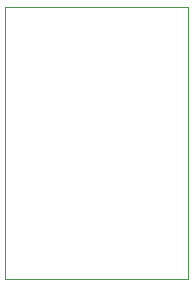
<source format=gbr>
%TF.GenerationSoftware,KiCad,Pcbnew,9.0.4*%
%TF.CreationDate,2025-11-07T15:23:53-06:00*%
%TF.ProjectId,solenoid_breakoutboard,736f6c65-6e6f-4696-945f-627265616b6f,rev?*%
%TF.SameCoordinates,Original*%
%TF.FileFunction,Profile,NP*%
%FSLAX46Y46*%
G04 Gerber Fmt 4.6, Leading zero omitted, Abs format (unit mm)*
G04 Created by KiCad (PCBNEW 9.0.4) date 2025-11-07 15:23:53*
%MOMM*%
%LPD*%
G01*
G04 APERTURE LIST*
%TA.AperFunction,Profile*%
%ADD10C,0.050000*%
%TD*%
G04 APERTURE END LIST*
D10*
X115000000Y-96750000D02*
X130000000Y-96750000D01*
X130000000Y-96750000D02*
X130250000Y-96750000D01*
X130250000Y-96500000D02*
X130250000Y-74000000D01*
X115000000Y-96750000D02*
X114750000Y-96750000D01*
X114750000Y-96750000D02*
X114750000Y-96500000D01*
X114750000Y-74000000D02*
X114750000Y-96500000D01*
X130000000Y-73750000D02*
X115000000Y-73750000D01*
X114750000Y-73750000D02*
X115000000Y-73750000D01*
X114750000Y-74000000D02*
X114750000Y-73750000D01*
X130000000Y-73750000D02*
X130250000Y-73750000D01*
X130250000Y-73750000D02*
X130250000Y-74000000D01*
X130250000Y-96750000D02*
X130250000Y-96500000D01*
M02*

</source>
